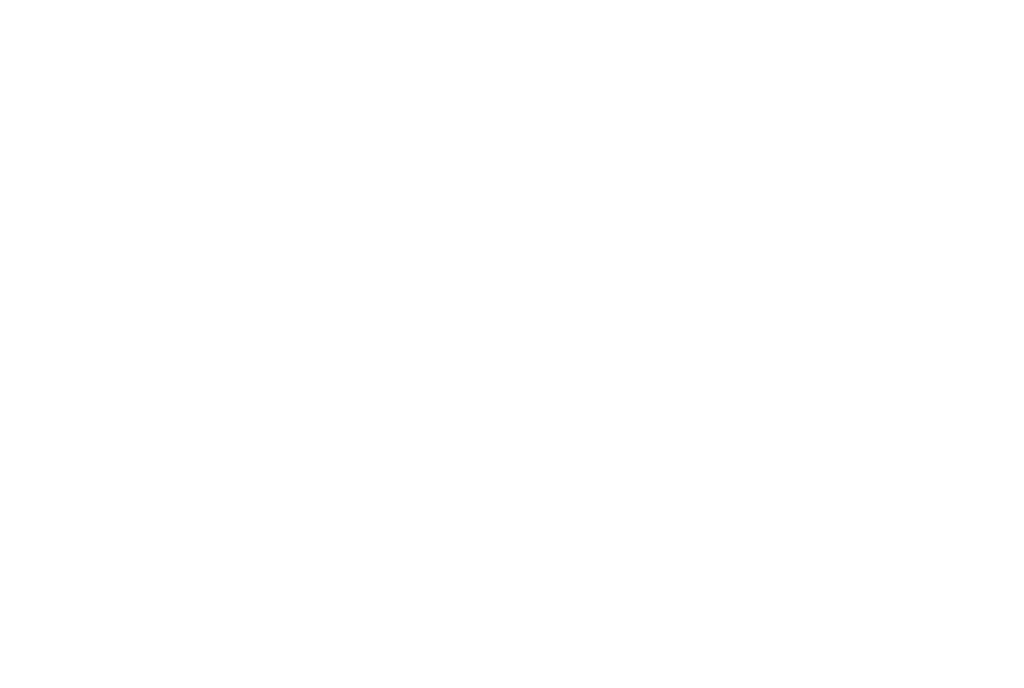
<source format=kicad_pcb>
(kicad_pcb (version 20240108) (generator "pcbnew") (generator_version "8.0")
  (title_block (title "${DOC_TYPE} Document") (date "2024-04-13") (rev "1.1") (company "${COMPANY}"))
  (layers (0 "F.Cu" signal "L1 (Sig, PWR)") (1 "In1.Cu" signal "L2 (GND)") (2 "In2.Cu" signal "L3 (Sig, PWR)") (3 "In3.Cu" signal "L4 (Sig, PWR)") (4 "In4.Cu" signal "L5 (GND)") (31 "B.Cu" signal "L6 (Sig, PWR)") (34 "B.Paste" user) (35 "F.Paste" user) (36 "B.SilkS" user "B.Silkscreen") (37 "F.SilkS" user "F.Silkscreen") (38 "B.Mask" user) (39 "F.Mask" user) (44 "Edge.Cuts" user))
  (property "BOARD_NAME" "Board Name")
  (property "COMPANY" "Company Name")
  (property "DESIGNER" "Designer Name")
  (property "DOC_TYPE" "Fabrication")
  (property "PROJECT_NAME" "Project Name")
  (property "RELEASE_DATE" "Release Date")
  (property "REVIEWER" "Reviewer Name")
  (property "REVISION" "Revision Number")
  (property "VARIANT" "Variant Name")
  (net 0 "")
)
</source>
